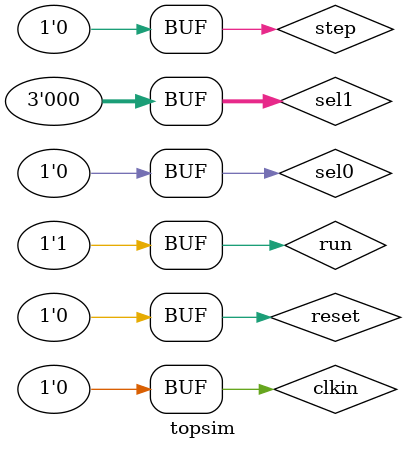
<source format=v>
`timescale 1ns / 1ps
module topsim; 
// Inputs 
reg clkin; 
reg reset; 
reg run;
reg step;
reg [2:0] sel1;
reg sel0;
// Instantiate the Unit Under Test (UUT) 
top uut ( 
clkin,
reset,
run,
step,
sel1,
sel0
); 
//wire reg_dst,jmp,branch, memread, memwrite, memtoreg,alu_src; 
//ire[1:0] aluop;

initial begin 
// Initialize Inputs 
reset = 1; 
run=1;
step=0;
sel1=3'b000;
sel0=0;
// Wait 100 ns for global reset to finish 
#10; 
reset = 0; 
end
parameter PERIOD = 20; 
always begin 
clkin = 1'b1; 
#(PERIOD / 2) clkin = 1'b0; 
#(PERIOD / 2) ; 
end 
endmodule 
</source>
